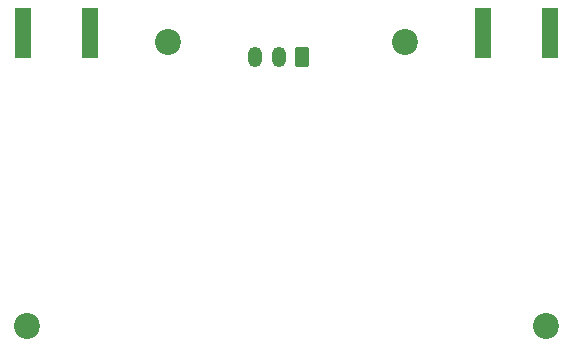
<source format=gbr>
%TF.GenerationSoftware,KiCad,Pcbnew,(6.0.1)*%
%TF.CreationDate,2022-02-11T18:02:55+00:00*%
%TF.ProjectId,Broadcast_Filter,42726f61-6463-4617-9374-5f46696c7465,rev?*%
%TF.SameCoordinates,Original*%
%TF.FileFunction,Soldermask,Bot*%
%TF.FilePolarity,Negative*%
%FSLAX46Y46*%
G04 Gerber Fmt 4.6, Leading zero omitted, Abs format (unit mm)*
G04 Created by KiCad (PCBNEW (6.0.1)) date 2022-02-11 18:02:55*
%MOMM*%
%LPD*%
G01*
G04 APERTURE LIST*
G04 Aperture macros list*
%AMRoundRect*
0 Rectangle with rounded corners*
0 $1 Rounding radius*
0 $2 $3 $4 $5 $6 $7 $8 $9 X,Y pos of 4 corners*
0 Add a 4 corners polygon primitive as box body*
4,1,4,$2,$3,$4,$5,$6,$7,$8,$9,$2,$3,0*
0 Add four circle primitives for the rounded corners*
1,1,$1+$1,$2,$3*
1,1,$1+$1,$4,$5*
1,1,$1+$1,$6,$7*
1,1,$1+$1,$8,$9*
0 Add four rect primitives between the rounded corners*
20,1,$1+$1,$2,$3,$4,$5,0*
20,1,$1+$1,$4,$5,$6,$7,0*
20,1,$1+$1,$6,$7,$8,$9,0*
20,1,$1+$1,$8,$9,$2,$3,0*%
G04 Aperture macros list end*
%ADD10RoundRect,0.250000X0.350000X0.625000X-0.350000X0.625000X-0.350000X-0.625000X0.350000X-0.625000X0*%
%ADD11O,1.200000X1.750000*%
%ADD12R,1.350000X4.200000*%
%ADD13C,2.200000*%
G04 APERTURE END LIST*
D10*
%TO.C,J2*%
X126333000Y-104232800D03*
D11*
X124333000Y-104232800D03*
X122333000Y-104232800D03*
%TD*%
D12*
%TO.C,J3*%
X141675000Y-102200000D03*
X147325000Y-102200000D03*
%TD*%
D13*
%TO.C,H2*%
X115000000Y-103000000D03*
%TD*%
%TO.C,H3*%
X135000000Y-103000000D03*
%TD*%
D12*
%TO.C,J1*%
X102675000Y-102200000D03*
X108325000Y-102200000D03*
%TD*%
D13*
%TO.C,H1*%
X147000000Y-127000000D03*
%TD*%
%TO.C,H4*%
X103000000Y-127000000D03*
%TD*%
M02*

</source>
